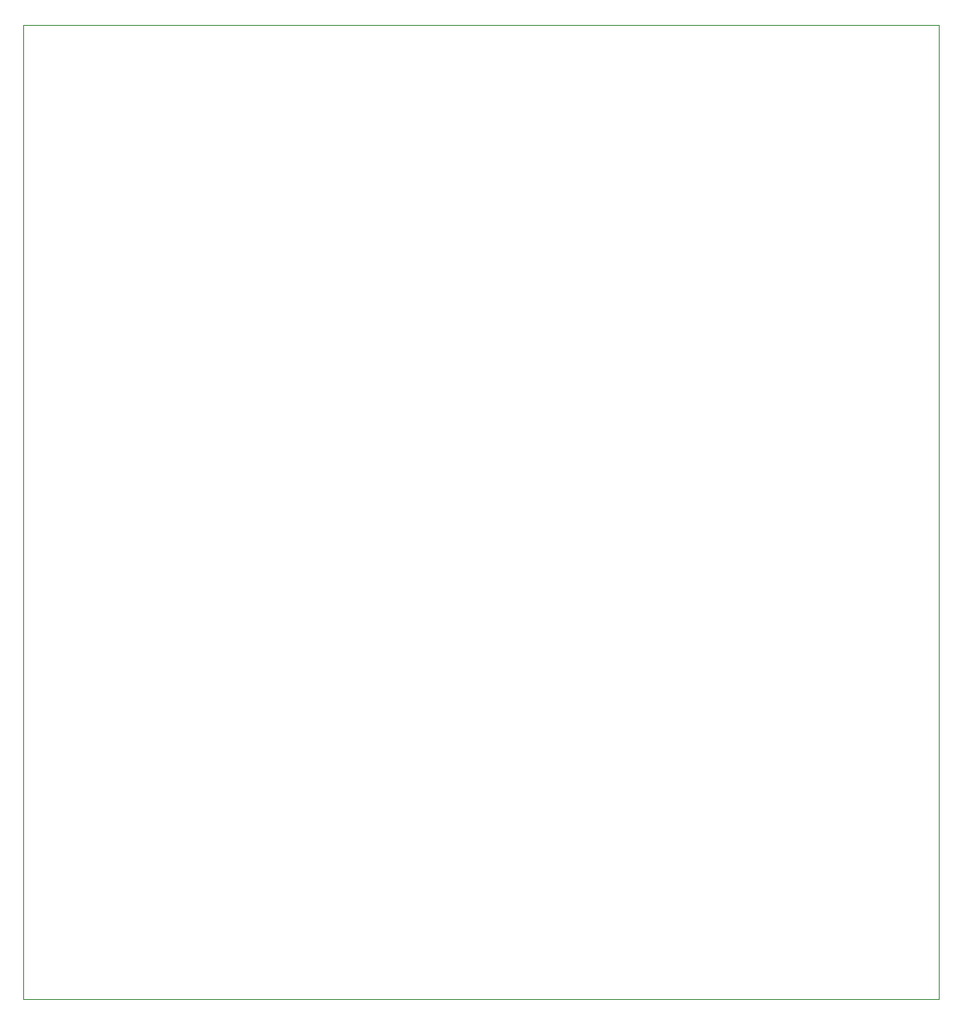
<source format=gbr>
%TF.GenerationSoftware,KiCad,Pcbnew,8.0.3*%
%TF.CreationDate,2024-09-23T14:32:18+01:00*%
%TF.ProjectId,Untitled,556e7469-746c-4656-942e-6b696361645f,rev?*%
%TF.SameCoordinates,Original*%
%TF.FileFunction,Profile,NP*%
%FSLAX46Y46*%
G04 Gerber Fmt 4.6, Leading zero omitted, Abs format (unit mm)*
G04 Created by KiCad (PCBNEW 8.0.3) date 2024-09-23 14:32:18*
%MOMM*%
%LPD*%
G01*
G04 APERTURE LIST*
%TA.AperFunction,Profile*%
%ADD10C,0.050000*%
%TD*%
G04 APERTURE END LIST*
D10*
X70000000Y-50000000D02*
X160170000Y-50000000D01*
X160170000Y-145890000D01*
X70000000Y-145890000D01*
X70000000Y-50000000D01*
M02*

</source>
